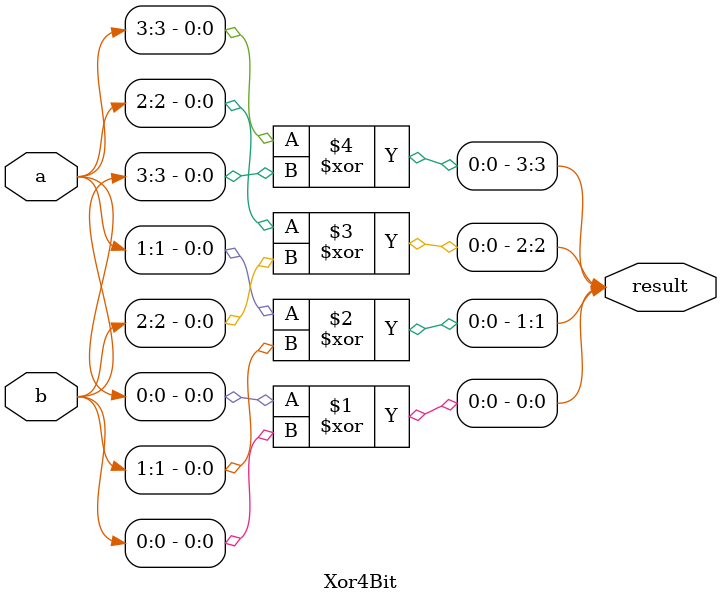
<source format=v>

module Xor4Bit(output[3:0] result,
					input[3:0] a, 
					input[3:0] b);

	xor xor1(result[0], a[0], b[0]);
	xor xor2(result[1], a[1], b[1]);
	xor xor3(result[2], a[2], b[2]);
	xor xor4(result[3], a[3], b[3]);

endmodule 
</source>
